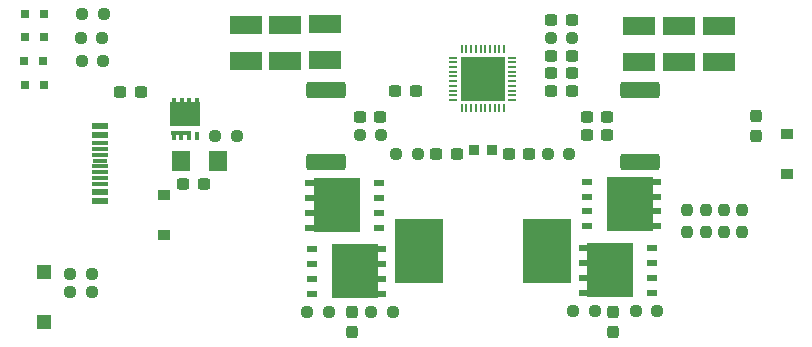
<source format=gtp>
%TF.GenerationSoftware,KiCad,Pcbnew,9.0.6*%
%TF.CreationDate,2025-12-05T19:35:02+01:00*%
%TF.ProjectId,ip2366,69703233-3636-42e6-9b69-6361645f7063,rev?*%
%TF.SameCoordinates,Original*%
%TF.FileFunction,Paste,Top*%
%TF.FilePolarity,Positive*%
%FSLAX46Y46*%
G04 Gerber Fmt 4.6, Leading zero omitted, Abs format (unit mm)*
G04 Created by KiCad (PCBNEW 9.0.6) date 2025-12-05 19:35:02*
%MOMM*%
%LPD*%
G01*
G04 APERTURE LIST*
G04 Aperture macros list*
%AMRoundRect*
0 Rectangle with rounded corners*
0 $1 Rounding radius*
0 $2 $3 $4 $5 $6 $7 $8 $9 X,Y pos of 4 corners*
0 Add a 4 corners polygon primitive as box body*
4,1,4,$2,$3,$4,$5,$6,$7,$8,$9,$2,$3,0*
0 Add four circle primitives for the rounded corners*
1,1,$1+$1,$2,$3*
1,1,$1+$1,$4,$5*
1,1,$1+$1,$6,$7*
1,1,$1+$1,$8,$9*
0 Add four rect primitives between the rounded corners*
20,1,$1+$1,$2,$3,$4,$5,0*
20,1,$1+$1,$4,$5,$6,$7,0*
20,1,$1+$1,$6,$7,$8,$9,0*
20,1,$1+$1,$8,$9,$2,$3,0*%
G04 Aperture macros list end*
%ADD10RoundRect,0.237500X-0.300000X-0.237500X0.300000X-0.237500X0.300000X0.237500X-0.300000X0.237500X0*%
%ADD11RoundRect,0.237500X0.300000X0.237500X-0.300000X0.237500X-0.300000X-0.237500X0.300000X-0.237500X0*%
%ADD12R,0.900000X0.580000*%
%ADD13R,3.950000X4.600000*%
%ADD14R,2.700000X1.630000*%
%ADD15R,1.200000X1.200000*%
%ADD16RoundRect,0.237500X-0.250000X-0.237500X0.250000X-0.237500X0.250000X0.237500X-0.250000X0.237500X0*%
%ADD17RoundRect,0.237500X-0.237500X0.300000X-0.237500X-0.300000X0.237500X-0.300000X0.237500X0.300000X0*%
%ADD18R,0.400000X0.800000*%
%ADD19R,1.700000X0.400000*%
%ADD20R,2.600000X2.000000*%
%ADD21RoundRect,0.237500X0.250000X0.237500X-0.250000X0.237500X-0.250000X-0.237500X0.250000X-0.237500X0*%
%ADD22R,0.990000X0.880000*%
%ADD23R,3.700000X3.700000*%
%ADD24O,0.800000X0.200000*%
%ADD25O,0.200000X0.800000*%
%ADD26RoundRect,0.237500X-0.237500X0.250000X-0.237500X-0.250000X0.237500X-0.250000X0.237500X0.250000X0*%
%ADD27R,0.800000X0.800000*%
%ADD28R,0.810000X0.860000*%
%ADD29RoundRect,0.249999X-1.425001X0.450001X-1.425001X-0.450001X1.425001X-0.450001X1.425001X0.450001X0*%
%ADD30RoundRect,0.249999X1.425001X-0.450001X1.425001X0.450001X-1.425001X0.450001X-1.425001X-0.450001X0*%
%ADD31R,1.490000X1.730000*%
%ADD32R,1.315000X0.600000*%
%ADD33R,1.315000X0.300000*%
%ADD34R,1.307500X0.300000*%
%ADD35R,4.180000X5.500000*%
G04 APERTURE END LIST*
D10*
%TO.C,C5*%
X114287500Y-64800000D03*
X116012500Y-64800000D03*
%TD*%
D11*
%TO.C,C14*%
X150162500Y-59050000D03*
X148437500Y-59050000D03*
%TD*%
D12*
%TO.C,QLB1*%
X125200000Y-70255000D03*
X125200000Y-71525000D03*
X125200000Y-72785000D03*
X125200000Y-74055000D03*
X131000000Y-74055000D03*
X131000000Y-72785000D03*
X131000000Y-71525000D03*
X131000000Y-70255000D03*
D13*
X128790000Y-72155000D03*
%TD*%
D14*
%TO.C,C19*%
X152850000Y-54390000D03*
X152850000Y-51350000D03*
%TD*%
D15*
%TO.C,SW1*%
X102450000Y-72250000D03*
X102450000Y-76450000D03*
%TD*%
D16*
%TO.C,R10*%
X132300000Y-62190000D03*
X134125000Y-62190000D03*
%TD*%
%TO.C,R2*%
X105737500Y-50350000D03*
X107562500Y-50350000D03*
%TD*%
D17*
%TO.C,C11*%
X128600000Y-75597500D03*
X128600000Y-77322500D03*
%TD*%
D18*
%TO.C,Q1*%
X113470000Y-60660000D03*
D19*
X114110000Y-60410000D03*
D18*
X114120000Y-60660000D03*
X114770000Y-60660000D03*
X115420000Y-60660000D03*
X115450000Y-57800000D03*
X114800000Y-57800000D03*
X114150000Y-57800000D03*
X113500000Y-57800000D03*
D20*
X114460000Y-58810000D03*
%TD*%
D14*
%TO.C,C6*%
X126250000Y-54290000D03*
X126250000Y-51250000D03*
%TD*%
D21*
%TO.C,R11*%
X146975000Y-62190000D03*
X145150000Y-62190000D03*
%TD*%
%TO.C,R7*%
X132012500Y-75615000D03*
X130187500Y-75615000D03*
%TD*%
D22*
%TO.C,D2*%
X165430000Y-60510000D03*
X165430000Y-63890000D03*
%TD*%
D10*
%TO.C,R12*%
X148437500Y-60650000D03*
X150162500Y-60650000D03*
%TD*%
D23*
%TO.C,U1*%
X139650000Y-55850000D03*
D24*
X137150000Y-54050000D03*
X137150000Y-54450000D03*
X137150000Y-54850000D03*
X137150000Y-55250000D03*
X137150000Y-55650000D03*
X137150000Y-56050000D03*
X137150000Y-56450000D03*
X137150000Y-56850000D03*
X137150000Y-57250000D03*
X137150000Y-57650000D03*
D25*
X137850000Y-58350000D03*
X138250000Y-58350000D03*
X138650000Y-58350000D03*
X139050000Y-58350000D03*
X139450000Y-58350000D03*
X139850000Y-58350000D03*
X140250000Y-58350000D03*
X140650000Y-58350000D03*
X141050000Y-58350000D03*
X141450000Y-58350000D03*
D24*
X142150000Y-57650000D03*
X142150000Y-57250000D03*
X142150000Y-56850000D03*
X142150000Y-56450000D03*
X142150000Y-56050000D03*
X142150000Y-55650000D03*
X142150000Y-55250000D03*
X142150000Y-54850000D03*
X142150000Y-54450000D03*
X142150000Y-54050000D03*
D25*
X141450000Y-53350000D03*
X141050000Y-53350000D03*
X140650000Y-53350000D03*
X140250000Y-53350000D03*
X139850000Y-53350000D03*
X139450000Y-53350000D03*
X139050000Y-53350000D03*
X138650000Y-53350000D03*
X138250000Y-53350000D03*
X137850000Y-53350000D03*
%TD*%
D11*
%TO.C,C12*%
X143575000Y-62190000D03*
X141850000Y-62190000D03*
%TD*%
D26*
%TO.C,R15*%
X161600000Y-66987500D03*
X161600000Y-68812500D03*
%TD*%
D11*
%TO.C,C15*%
X147162500Y-53890000D03*
X145437500Y-53890000D03*
%TD*%
D27*
%TO.C,LED2*%
X102450000Y-52350000D03*
X100850000Y-52350000D03*
%TD*%
D11*
%TO.C,C16*%
X147162500Y-55400000D03*
X145437500Y-55400000D03*
%TD*%
D21*
%TO.C,R3*%
X118812500Y-60700000D03*
X116987500Y-60700000D03*
%TD*%
D14*
%TO.C,C2*%
X119550000Y-54305000D03*
X119550000Y-51265000D03*
%TD*%
D27*
%TO.C,LED3*%
X100800000Y-54350000D03*
X102400000Y-54350000D03*
%TD*%
D14*
%TO.C,C4*%
X122905000Y-54305000D03*
X122905000Y-51265000D03*
%TD*%
D10*
%TO.C,C21*%
X145437500Y-50850000D03*
X147162500Y-50850000D03*
%TD*%
D11*
%TO.C,C17*%
X147162500Y-56920000D03*
X145437500Y-56920000D03*
%TD*%
D16*
%TO.C,R1*%
X105587500Y-52400000D03*
X107412500Y-52400000D03*
%TD*%
%TO.C,R9*%
X147287500Y-75500000D03*
X149112500Y-75500000D03*
%TD*%
D21*
%TO.C,R20*%
X106512500Y-73900000D03*
X104687500Y-73900000D03*
%TD*%
D26*
%TO.C,R16*%
X158500000Y-66987500D03*
X158500000Y-68812500D03*
%TD*%
D28*
%TO.C,RNTC1*%
X140400000Y-61850000D03*
X138900000Y-61850000D03*
%TD*%
D21*
%TO.C,R19*%
X106525000Y-72350000D03*
X104700000Y-72350000D03*
%TD*%
D22*
%TO.C,D1*%
X112650000Y-65710000D03*
X112650000Y-69090000D03*
%TD*%
D29*
%TO.C,R5*%
X126350000Y-56800000D03*
X126350000Y-62900000D03*
%TD*%
D11*
%TO.C,C9*%
X130962500Y-59050000D03*
X129237500Y-59050000D03*
%TD*%
%TO.C,C8*%
X133962500Y-56850000D03*
X132237500Y-56850000D03*
%TD*%
D16*
%TO.C,R8*%
X124787500Y-75600000D03*
X126612500Y-75600000D03*
%TD*%
D21*
%TO.C,R4*%
X107512500Y-54350000D03*
X105687500Y-54350000D03*
%TD*%
D14*
%TO.C,C20*%
X156225000Y-54390000D03*
X156225000Y-51350000D03*
%TD*%
D27*
%TO.C,LED1*%
X100850000Y-50350000D03*
X102450000Y-50350000D03*
%TD*%
D21*
%TO.C,R6*%
X131025000Y-60600000D03*
X129200000Y-60600000D03*
%TD*%
D10*
%TO.C,C10*%
X135700000Y-62190000D03*
X137425000Y-62190000D03*
%TD*%
D14*
%TO.C,C22*%
X159600000Y-54390000D03*
X159600000Y-51350000D03*
%TD*%
D26*
%TO.C,R18*%
X156950000Y-66987500D03*
X156950000Y-68812500D03*
%TD*%
D12*
%TO.C,QRT1*%
X148500000Y-64550000D03*
X148500000Y-65820000D03*
X148500000Y-67080000D03*
X148500000Y-68350000D03*
X154300000Y-68350000D03*
X154300000Y-67080000D03*
X154300000Y-65820000D03*
X154300000Y-64550000D03*
D13*
X152090000Y-66450000D03*
%TD*%
D30*
%TO.C,R13*%
X152950000Y-62900000D03*
X152950000Y-56800000D03*
%TD*%
D17*
%TO.C,C13*%
X150650000Y-75562500D03*
X150650000Y-77287500D03*
%TD*%
D31*
%TO.C,C3*%
X114050000Y-62850000D03*
X117230000Y-62850000D03*
%TD*%
D12*
%TO.C,QLT1*%
X130850000Y-68450000D03*
X130850000Y-67180000D03*
X130850000Y-65920000D03*
X130850000Y-64650000D03*
X125050000Y-64650000D03*
X125050000Y-65920000D03*
X125050000Y-67180000D03*
X125050000Y-68450000D03*
D13*
X127260000Y-66550000D03*
%TD*%
D12*
%TO.C,QRB1*%
X154000000Y-73950000D03*
X154000000Y-72680000D03*
X154000000Y-71420000D03*
X154000000Y-70150000D03*
X148200000Y-70150000D03*
X148200000Y-71420000D03*
X148200000Y-72680000D03*
X148200000Y-73950000D03*
D13*
X150410000Y-72050000D03*
%TD*%
D26*
%TO.C,R17*%
X160050000Y-66987500D03*
X160050000Y-68812500D03*
%TD*%
D32*
%TO.C,USB1*%
X107210000Y-59820000D03*
X107210000Y-60620000D03*
D33*
X107210000Y-61770000D03*
D34*
X107213750Y-62770000D03*
D33*
X107210000Y-63270000D03*
X107210000Y-64270000D03*
D32*
X107210000Y-66220000D03*
X107210000Y-65420000D03*
D33*
X107210000Y-64770000D03*
X107210000Y-63770000D03*
X107210000Y-62270000D03*
X107210000Y-61270000D03*
%TD*%
D35*
%TO.C,L1*%
X134260000Y-70450000D03*
X145040000Y-70450000D03*
%TD*%
D17*
%TO.C,C18*%
X162775000Y-59012500D03*
X162775000Y-60737500D03*
%TD*%
D16*
%TO.C,R21*%
X145387500Y-52370000D03*
X147212500Y-52370000D03*
%TD*%
D11*
%TO.C,C7*%
X110662500Y-57000000D03*
X108937500Y-57000000D03*
%TD*%
D21*
%TO.C,R14*%
X154412500Y-75500000D03*
X152587500Y-75500000D03*
%TD*%
D27*
%TO.C,LED4*%
X102450000Y-56350000D03*
X100850000Y-56350000D03*
%TD*%
M02*

</source>
